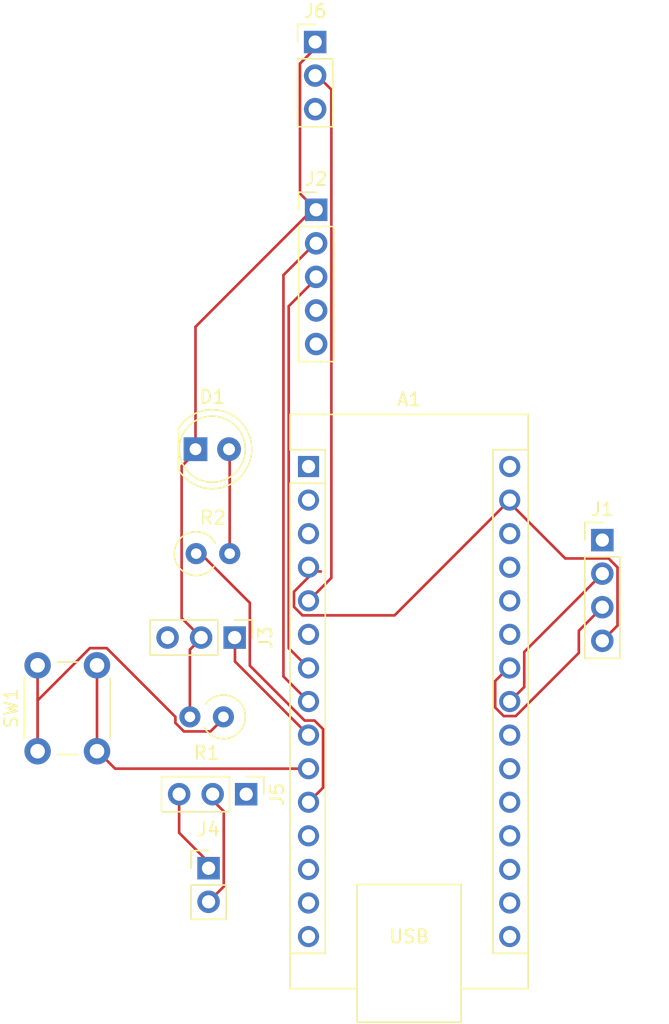
<source format=kicad_pcb>
(kicad_pcb (version 20240108) (generator "pcbnew") (generator_version "8.0")
  (layers (0 "F.Cu" signal) (31 "B.Cu" signal) (34 "B.Paste" user) (35 "F.Paste" user) (36 "B.SilkS" user "B.Silkscreen") (37 "F.SilkS" user "F.Silkscreen") (38 "B.Mask" user) (39 "F.Mask" user) (44 "Edge.Cuts" user))
  (net 0 "")
  (net 6 "Net-(A1-D7)")
  (net 9 "/DAT")
  (net 10 "Net-(A1-D8)")
  (net 11 "/RST")
  (net 12 "/SDA")
  (net 14 "/IN")
  (net 16 "/DATA")
  (net 18 "/CLK")
  (net 21 "/GND")
  (net 22 "/VCC")
  (net 29 "/SCL")
  (net 30 "Net-(D1-A)")
  (net 31 "/COM")
  (net 32 "/NO")
  (net 33 "/NC")
  (net 34 "Net-(R1-Pad1)")
  (footprint "Connector_PinHeader_2.54mm:PinHeader_1x02_P2.54mm_Vertical" (layer "F.Cu") (at 120.5 111.95)
    (property "Reference" "J4" (at 0 -2.925 0) (layer "F.SilkS"))
    (property "Value" "ScrewTerminal")
    (fp_line (start -1.33 -1.33) (end 0 -1.33) (stroke (width 0.12)) (layer "F.SilkS"))
    (fp_line (start -1.33 0) (end -1.33 -1.33) (stroke (width 0.12)) (layer "F.SilkS"))
    (fp_line (start -1.33 1.27) (end -1.33 3.87) (stroke (width 0.12)) (layer "F.SilkS"))
    (fp_line (start -1.33 1.27) (end 1.33 1.27) (stroke (width 0.12)) (layer "F.SilkS"))
    (fp_line (start -1.33 3.87) (end 1.33 3.87) (stroke (width 0.12)) (layer "F.SilkS"))
    (fp_line (start 1.33 1.27) (end 1.33 3.87) (stroke (width 0.12)) (layer "F.SilkS"))
    (pad "1" thru_hole rect (at 0 0) (size 1.7 1.7) (drill 1) (layers "*.Cu" "*.Mask") (net 31 "/COM"))
    (pad "2" thru_hole oval (at 0 2.54) (size 1.7 1.7) (drill 1) (layers "*.Cu" "*.Mask") (net 32 "/NO"))
  )
  (footprint "Resistor_THT:R_Axial_DIN0309_L9.0mm_D3.2mm_P2.54mm_Vertical" (layer "F.Cu") (at 121.625 100.5 180)
    (property "Reference" "R1" (at 1.27 -2.72 360) (layer "F.SilkS"))
    (property "Value" "10k")
    (fp_arc (start 1.344775 0.97138) (mid -1.655812 -0.101418) (end 1.453272 -0.8) (stroke (width 0.12)) (layer "F.SilkS"))
    (pad "1" thru_hole circle (at 0 0 180) (size 1.6 1.6) (drill 0.8) (layers "*.Cu" "*.Mask") (net 34 "Net-(R1-Pad1)"))
    (pad "2" thru_hole oval (at 2.54 0 180) (size 1.6 1.6) (drill 0.8) (layers "*.Cu" "*.Mask") (net 21 "/GND"))
  )
  (footprint "Connector_PinHeader_2.54mm:PinHeader_1x03_P2.54mm_Vertical" (layer "F.Cu") (at 123.35 106.35 -90)
    (property "Reference" "J5" (at 0 -2.33 90) (layer "F.SilkS"))
    (property "Value" "relay_contacts")
    (fp_line (start -1.33 6.41) (end 1.33 6.41) (stroke (width 0.12)) (layer "F.SilkS"))
    (fp_line (start -1.33 1.27) (end -1.33 6.41) (stroke (width 0.12)) (layer "F.SilkS"))
    (fp_line (start -1.33 1.27) (end 1.33 1.27) (stroke (width 0.12)) (layer "F.SilkS"))
    (fp_line (start 1.33 1.27) (end 1.33 6.41) (stroke (width 0.12)) (layer "F.SilkS"))
    (fp_line (start -1.33 0) (end -1.33 -1.33) (stroke (width 0.12)) (layer "F.SilkS"))
    (fp_line (start -1.33 -1.33) (end 0 -1.33) (stroke (width 0.12)) (layer "F.SilkS"))
    (pad "1" thru_hole rect (at 0 0 270) (size 1.7 1.7) (drill 1) (layers "*.Cu" "*.Mask") (net 33 "/NC"))
    (pad "2" thru_hole oval (at 0 2.54 270) (size 1.7 1.7) (drill 1) (layers "*.Cu" "*.Mask") (net 32 "/NO"))
    (pad "3" thru_hole oval (at 0 5.08 270) (size 1.7 1.7) (drill 1) (layers "*.Cu" "*.Mask") (net 31 "/COM"))
  )
  (footprint "Connector_PinHeader_2.54mm:PinHeader_1x03_P2.54mm_Vertical" (layer "F.Cu") (at 122.475 94.5 -90)
    (property "Reference" "J3" (at 0 -2.33 90) (layer "F.SilkS"))
    (property "Value" "relay")
    (fp_line (start -1.33 6.41) (end 1.33 6.41) (stroke (width 0.12)) (layer "F.SilkS"))
    (fp_line (start -1.33 1.27) (end -1.33 6.41) (stroke (width 0.12)) (layer "F.SilkS"))
    (fp_line (start -1.33 1.27) (end 1.33 1.27) (stroke (width 0.12)) (layer "F.SilkS"))
    (fp_line (start 1.33 1.27) (end 1.33 6.41) (stroke (width 0.12)) (layer "F.SilkS"))
    (fp_line (start -1.33 0) (end -1.33 -1.33) (stroke (width 0.12)) (layer "F.SilkS"))
    (fp_line (start -1.33 -1.33) (end 0 -1.33) (stroke (width 0.12)) (layer "F.SilkS"))
    (pad "1" thru_hole rect (at 0 0 270) (size 1.7 1.7) (drill 1) (layers "*.Cu" "*.Mask") (net 14 "/IN"))
    (pad "2" thru_hole oval (at 0 2.54 270) (size 1.7 1.7) (drill 1) (layers "*.Cu" "*.Mask") (net 21 "/GND"))
    (pad "3" thru_hole oval (at 0 5.08 270) (size 1.7 1.7) (drill 1) (layers "*.Cu" "*.Mask") (net 22 "/VCC"))
  )
  (footprint "Connector_PinHeader_2.54mm:PinHeader_1x03_P2.54mm_Vertical" (layer "F.Cu") (at 128.575 49.445)
    (property "Reference" "J6" (at 0 -2.33 0) (layer "F.SilkS"))
    (property "Value" "temp")
    (fp_line (start -1.33 -1.33) (end 0 -1.33) (stroke (width 0.12)) (layer "F.SilkS"))
    (fp_line (start -1.33 0) (end -1.33 -1.33) (stroke (width 0.12)) (layer "F.SilkS"))
    (fp_line (start -1.33 1.27) (end -1.33 6.41) (stroke (width 0.12)) (layer "F.SilkS"))
    (fp_line (start -1.33 1.27) (end 1.33 1.27) (stroke (width 0.12)) (layer "F.SilkS"))
    (fp_line (start -1.33 6.41) (end 1.33 6.41) (stroke (width 0.12)) (layer "F.SilkS"))
    (fp_line (start 1.33 1.27) (end 1.33 6.41) (stroke (width 0.12)) (layer "F.SilkS"))
    (pad "1" thru_hole rect (at 0 0) (size 1.7 1.7) (drill 1) (layers "*.Cu" "*.Mask") (net 21 "/GND"))
    (pad "2" thru_hole oval (at 0 2.54) (size 1.7 1.7) (drill 1) (layers "*.Cu" "*.Mask") (net 16 "/DATA"))
    (pad "3" thru_hole oval (at 0 5.08) (size 1.7 1.7) (drill 1) (layers "*.Cu" "*.Mask") (net 22 "/VCC"))
  )
  (footprint "Resistor_THT:R_Axial_DIN0309_L9.0mm_D3.2mm_P2.54mm_Vertical" (layer "F.Cu") (at 119.56 88.15)
    (property "Reference" "R2" (at 1.27 -2.72 0) (layer "F.SilkS"))
    (property "Value" "330R")
    (fp_arc (start 1.344775 0.97138) (mid -1.655812 -0.101418) (end 1.453272 -0.8) (stroke (width 0.12)) (layer "F.SilkS"))
    (pad "1" thru_hole circle (at 0 0) (size 1.6 1.6) (drill 0.8) (layers "*.Cu" "*.Mask") (net 10 "Net-(A1-D8)"))
    (pad "2" thru_hole oval (at 2.54 0) (size 1.6 1.6) (drill 0.8) (layers "*.Cu" "*.Mask") (net 30 "Net-(D1-A)"))
  )
  (footprint "Module:Arduino_Nano" (layer "F.Cu") (at 128.07 81.56)
    (property "Reference" "A1" (at 7.62 -5.08 0) (layer "F.SilkS"))
    (property "Value" "Arduino_Nano_Every")
    (fp_line (start -1.4 -3.94) (end -1.4 -1.27) (stroke (width 0.12)) (layer "F.SilkS"))
    (fp_line (start -1.4 1.27) (end -1.4 39.5) (stroke (width 0.12)) (layer "F.SilkS"))
    (fp_line (start -1.4 39.5) (end 3.68 39.5) (stroke (width 0.12)) (layer "F.SilkS"))
    (fp_line (start 1.27 -1.27) (end -1.4 -1.27) (stroke (width 0.12)) (layer "F.SilkS"))
    (fp_line (start 1.27 1.27) (end -1.4 1.27) (stroke (width 0.12)) (layer "F.SilkS"))
    (fp_line (start 1.27 1.27) (end 1.27 -1.27) (stroke (width 0.12)) (layer "F.SilkS"))
    (fp_line (start 1.27 1.27) (end 1.27 36.83) (stroke (width 0.12)) (layer "F.SilkS"))
    (fp_line (start 1.27 36.83) (end -1.4 36.83) (stroke (width 0.12)) (layer "F.SilkS"))
    (fp_line (start 3.68 31.62) (end 11.56 31.62) (stroke (width 0.12)) (layer "F.SilkS"))
    (fp_line (start 3.68 42.04) (end 3.68 31.62) (stroke (width 0.12)) (layer "F.SilkS"))
    (fp_line (start 11.56 31.62) (end 11.56 42.04) (stroke (width 0.12)) (layer "F.SilkS"))
    (fp_line (start 11.56 42.04) (end 3.68 42.04) (stroke (width 0.12)) (layer "F.SilkS"))
    (fp_line (start 13.97 -1.27) (end 13.97 36.83) (stroke (width 0.12)) (layer "F.SilkS"))
    (fp_line (start 13.97 -1.27) (end 16.64 -1.27) (stroke (width 0.12)) (layer "F.SilkS"))
    (fp_line (start 13.97 36.83) (end 16.64 36.83) (stroke (width 0.12)) (layer "F.SilkS"))
    (fp_line (start 16.64 -3.94) (end -1.4 -3.94) (stroke (width 0.12)) (layer "F.SilkS"))
    (fp_line (start 16.64 39.5) (end 11.56 39.5) (stroke (width 0.12)) (layer "F.SilkS"))
    (fp_line (start 16.64 39.5) (end 16.64 -3.94) (stroke (width 0.12)) (layer "F.SilkS"))
    (fp_text user "USB" (at 7.62 35.56 0) (layer "F.SilkS"))
    (pad "1" thru_hole rect (at 0 0) (size 1.6 1.6) (drill 1) (layers "*.Cu" "*.Mask"))
    (pad "2" thru_hole oval (at 0 2.54) (size 1.6 1.6) (drill 1) (layers "*.Cu" "*.Mask"))
    (pad "3" thru_hole oval (at 0 5.08) (size 1.6 1.6) (drill 1) (layers "*.Cu" "*.Mask"))
    (pad "4" thru_hole oval (at 0 7.62) (size 1.6 1.6) (drill 1) (layers "*.Cu" "*.Mask") (net 21 "/GND"))
    (pad "5" thru_hole oval (at 0 10.16) (size 1.6 1.6) (drill 1) (layers "*.Cu" "*.Mask") (net 16 "/DATA"))
    (pad "6" thru_hole oval (at 0 12.7) (size 1.6 1.6) (drill 1) (layers "*.Cu" "*.Mask") (net 18 "/CLK"))
    (pad "7" thru_hole oval (at 0 15.24) (size 1.6 1.6) (drill 1) (layers "*.Cu" "*.Mask") (net 9 "/DAT"))
    (pad "8" thru_hole oval (at 0 17.78) (size 1.6 1.6) (drill 1) (layers "*.Cu" "*.Mask") (net 11 "/RST"))
    (pad "9" thru_hole oval (at 0 20.32) (size 1.6 1.6) (drill 1) (layers "*.Cu" "*.Mask") (net 14 "/IN"))
    (pad "10" thru_hole oval (at 0 22.86) (size 1.6 1.6) (drill 1) (layers "*.Cu" "*.Mask") (net 6 "Net-(A1-D7)"))
    (pad "11" thru_hole oval (at 0 25.4) (size 1.6 1.6) (drill 1) (layers "*.Cu" "*.Mask") (net 10 "Net-(A1-D8)"))
    (pad "12" thru_hole oval (at 0 27.94) (size 1.6 1.6) (drill 1) (layers "*.Cu" "*.Mask"))
    (pad "13" thru_hole oval (at 0 30.48) (size 1.6 1.6) (drill 1) (layers "*.Cu" "*.Mask"))
    (pad "14" thru_hole oval (at 0 33.02) (size 1.6 1.6) (drill 1) (layers "*.Cu" "*.Mask"))
    (pad "15" thru_hole oval (at 0 35.56) (size 1.6 1.6) (drill 1) (layers "*.Cu" "*.Mask"))
    (pad "16" thru_hole oval (at 15.24 35.56) (size 1.6 1.6) (drill 1) (layers "*.Cu" "*.Mask"))
    (pad "17" thru_hole oval (at 15.24 33.02) (size 1.6 1.6) (drill 1) (layers "*.Cu" "*.Mask"))
    (pad "18" thru_hole oval (at 15.24 30.48) (size 1.6 1.6) (drill 1) (layers "*.Cu" "*.Mask"))
    (pad "19" thru_hole oval (at 15.24 27.94) (size 1.6 1.6) (drill 1) (layers "*.Cu" "*.Mask"))
    (pad "20" thru_hole oval (at 15.24 25.4) (size 1.6 1.6) (drill 1) (layers "*.Cu" "*.Mask"))
    (pad "21" thru_hole oval (at 15.24 22.86) (size 1.6 1.6) (drill 1) (layers "*.Cu" "*.Mask"))
    (pad "22" thru_hole oval (at 15.24 20.32) (size 1.6 1.6) (drill 1) (layers "*.Cu" "*.Mask"))
    (pad "23" thru_hole oval (at 15.24 17.78) (size 1.6 1.6) (drill 1) (layers "*.Cu" "*.Mask") (net 12 "/SDA"))
    (pad "24" thru_hole oval (at 15.24 15.24) (size 1.6 1.6) (drill 1) (layers "*.Cu" "*.Mask") (net 29 "/SCL"))
    (pad "25" thru_hole oval (at 15.24 12.7) (size 1.6 1.6) (drill 1) (layers "*.Cu" "*.Mask"))
    (pad "26" thru_hole oval (at 15.24 10.16) (size 1.6 1.6) (drill 1) (layers "*.Cu" "*.Mask"))
    (pad "27" thru_hole oval (at 15.24 7.62) (size 1.6 1.6) (drill 1) (layers "*.Cu" "*.Mask") (net 22 "/VCC"))
    (pad "28" thru_hole oval (at 15.24 5.08) (size 1.6 1.6) (drill 1) (layers "*.Cu" "*.Mask"))
    (pad "29" thru_hole oval (at 15.24 2.54) (size 1.6 1.6) (drill 1) (layers "*.Cu" "*.Mask") (net 21 "/GND"))
    (pad "30" thru_hole oval (at 15.24 0) (size 1.6 1.6) (drill 1) (layers "*.Cu" "*.Mask"))
  )
  (footprint "Button_Switch_THT:SW_PUSH_6mm" (layer "F.Cu") (at 107.55 103.1 90)
    (property "Reference" "SW1" (at 3.25 -2 90) (layer "F.SilkS"))
    (property "Value" "SW_Push")
    (fp_line (start 5.5 -1) (end 1 -1) (stroke (width 0.12)) (layer "F.SilkS"))
    (fp_line (start -0.25 1.5) (end -0.25 3) (stroke (width 0.12)) (layer "F.SilkS"))
    (fp_line (start 6.75 3) (end 6.75 1.5) (stroke (width 0.12)) (layer "F.SilkS"))
    (fp_line (start 1 5.5) (end 5.5 5.5) (stroke (width 0.12)) (layer "F.SilkS"))
    (pad "1" thru_hole circle (at 0 0 180) (size 2 2) (drill 1.1) (layers "*.Cu" "*.Mask") (net 34 "Net-(R1-Pad1)"))
    (pad "1" thru_hole circle (at 6.5 0 180) (size 2 2) (drill 1.1) (layers "*.Cu" "*.Mask") (net 34 "Net-(R1-Pad1)"))
    (pad "2" thru_hole circle (at 0 4.5 180) (size 2 2) (drill 1.1) (layers "*.Cu" "*.Mask") (net 6 "Net-(A1-D7)"))
    (pad "2" thru_hole circle (at 6.5 4.5 180) (size 2 2) (drill 1.1) (layers "*.Cu" "*.Mask") (net 6 "Net-(A1-D7)"))
  )
  (footprint "Connector_PinHeader_2.54mm:PinHeader_1x04_P2.54mm_Vertical" (layer "F.Cu") (at 150.325 87.125)
    (property "Reference" "J1" (at 0 -2.33 0) (layer "F.SilkS"))
    (property "Value" "Conn_01x04")
    (fp_line (start -1.33 -1.33) (end 0 -1.33) (stroke (width 0.12)) (layer "F.SilkS"))
    (fp_line (start -1.33 0) (end -1.33 -1.33) (stroke (width 0.12)) (layer "F.SilkS"))
    (fp_line (start -1.33 1.27) (end -1.33 8.95) (stroke (width 0.12)) (layer "F.SilkS"))
    (fp_line (start -1.33 1.27) (end 1.33 1.27) (stroke (width 0.12)) (layer "F.SilkS"))
    (fp_line (start -1.33 8.95) (end 1.33 8.95) (stroke (width 0.12)) (layer "F.SilkS"))
    (fp_line (start 1.33 1.27) (end 1.33 8.95) (stroke (width 0.12)) (layer "F.SilkS"))
    (pad "1" thru_hole rect (at 0 0) (size 1.7 1.7) (drill 1) (layers "*.Cu" "*.Mask") (net 22 "/VCC"))
    (pad "2" thru_hole oval (at 0 2.54) (size 1.7 1.7) (drill 1) (layers "*.Cu" "*.Mask") (net 12 "/SDA"))
    (pad "3" thru_hole oval (at 0 5.08) (size 1.7 1.7) (drill 1) (layers "*.Cu" "*.Mask") (net 29 "/SCL"))
    (pad "4" thru_hole oval (at 0 7.62) (size 1.7 1.7) (drill 1) (layers "*.Cu" "*.Mask") (net 21 "/GND"))
  )
  (footprint "LED_THT:LED_D5.0mm" (layer "F.Cu") (at 119.51 80.25)
    (property "Reference" "D1" (at 1.27 -3.96 0) (layer "F.SilkS"))
    (property "Value" "LED")
    (fp_line (start -1.29 -1.545) (end -1.29 1.545) (stroke (width 0.12)) (layer "F.SilkS"))
    (fp_arc (start -1.29 -1.54483) (mid 2.071756 -2.880501) (end 4.26 -0.000048) (stroke (width 0.12)) (layer "F.SilkS"))
    (fp_arc (start 4.26 0.000048) (mid 2.071756 2.880501) (end -1.29 1.54483) (stroke (width 0.12)) (layer "F.SilkS"))
    (fp_circle (center 1.27 0) (end 3.77 0) (stroke (width 0.12)) (fill none) (layer "F.SilkS"))
    (pad "1" thru_hole rect (at 0 0) (size 1.8 1.8) (drill 0.9) (layers "*.Cu" "*.Mask") (net 21 "/GND"))
    (pad "2" thru_hole circle (at 2.54 0) (size 1.8 1.8) (drill 0.9) (layers "*.Cu" "*.Mask") (net 30 "Net-(D1-A)"))
  )
  (footprint "Connector_PinHeader_2.54mm:PinHeader_1x05_P2.54mm_Vertical" (layer "F.Cu") (at 128.65 62.135)
    (property "Reference" "J2" (at 0 -2.33 0) (layer "F.SilkS"))
    (property "Value" "clock")
    (fp_line (start -1.33 -1.33) (end 0 -1.33) (stroke (width 0.12)) (layer "F.SilkS"))
    (fp_line (start -1.33 0) (end -1.33 -1.33) (stroke (width 0.12)) (layer "F.SilkS"))
    (fp_line (start -1.33 1.27) (end -1.33 11.49) (stroke (width 0.12)) (layer "F.SilkS"))
    (fp_line (start -1.33 1.27) (end 1.33 1.27) (stroke (width 0.12)) (layer "F.SilkS"))
    (fp_line (start -1.33 11.49) (end 1.33 11.49) (stroke (width 0.12)) (layer "F.SilkS"))
    (fp_line (start 1.33 1.27) (end 1.33 11.49) (stroke (width 0.12)) (layer "F.SilkS"))
    (pad "1" thru_hole rect (at 0 0) (size 1.7 1.7) (drill 1) (layers "*.Cu" "*.Mask") (net 21 "/GND"))
    (pad "2" thru_hole oval (at 0 2.54) (size 1.7 1.7) (drill 1) (layers "*.Cu" "*.Mask") (net 11 "/RST"))
    (pad "3" thru_hole oval (at 0 5.08) (size 1.7 1.7) (drill 1) (layers "*.Cu" "*.Mask") (net 9 "/DAT"))
    (pad "4" thru_hole oval (at 0 7.62) (size 1.7 1.7) (drill 1) (layers "*.Cu" "*.Mask") (net 18 "/CLK"))
    (pad "5" thru_hole oval (at 0 10.16) (size 1.7 1.7) (drill 1) (layers "*.Cu" "*.Mask") (net 22 "/VCC"))
  )
  (segment (start 113.42 104.42) (end 112.25 103.25) (width 0.2) (layer "F.Cu") (net 6))
  (segment (start 112.05 96.8) (end 111.75 96.5) (width 0.2) (layer "F.Cu") (net 6))
  (segment (start 112.05 103.1) (end 112.05 96.8) (width 0.2) (layer "F.Cu") (net 6))
  (segment (start 128.07 104.42) (end 113.42 104.42) (width 0.2) (layer "F.Cu") (net 6))
  (segment (start 126.57 95.3) (end 126.57 69.43) (width 0.2) (layer "F.Cu") (net 9))
  (segment (start 128.07 96.8) (end 126.57 95.3) (width 0.2) (layer "F.Cu") (net 9))
  (segment (start 126.57 69.43) (end 128.75 67.25) (width 0.2) (layer "F.Cu") (net 9))
  (segment (start 127.78 100.78) (end 123.625 96.625) (width 0.2) (layer "F.Cu") (net 10))
  (segment (start 129.17 105.86) (end 129.17 101.424365) (width 0.2) (layer "F.Cu") (net 10))
  (segment (start 129.17 101.424365) (end 128.525635 100.78) (width 0.2) (layer "F.Cu") (net 10))
  (segment (start 128.07 106.96) (end 129.17 105.86) (width 0.2) (layer "F.Cu") (net 10))
  (segment (start 123.625 91.875) (end 119.5 87.75) (width 0.2) (layer "F.Cu") (net 10))
  (segment (start 128.525635 100.78) (end 127.78 100.78) (width 0.2) (layer "F.Cu") (net 10))
  (segment (start 123.625 96.625) (end 123.625 91.875) (width 0.2) (layer "F.Cu") (net 10))
  (segment (start 128.07 99.34) (end 126.17 97.44) (width 0.2) (layer "F.Cu") (net 11))
  (segment (start 126.17 97.44) (end 126.17 67.08) (width 0.2) (layer "F.Cu") (net 11))
  (segment (start 126.17 67.08) (end 128.75 64.5) (width 0.2) (layer "F.Cu") (net 11))
  (segment (start 144.41 98.24) (end 144.41 95.59) (width 0.2) (layer "F.Cu") (net 12))
  (segment (start 143.31 99.34) (end 144.41 98.24) (width 0.2) (layer "F.Cu") (net 12))
  (segment (start 144.41 95.59) (end 150.5 89.5) (width 0.2) (layer "F.Cu") (net 12))
  (segment (start 128.07 101.88) (end 122.5 96.31) (width 0.2) (layer "F.Cu") (net 14))
  (segment (start 122.5 96.31) (end 122.5 94) (width 0.2) (layer "F.Cu") (net 14))
  (segment (start 129.8 53.05) (end 128.75 52) (width 0.2) (layer "F.Cu") (net 16))
  (segment (start 129.8 89.99) (end 129.8 53.05) (width 0.2) (layer "F.Cu") (net 16))
  (segment (start 128.07 91.72) (end 129.8 89.99) (width 0.2) (layer "F.Cu") (net 16))
  (segment (start 128.5 89.5) (end 129 89.5) (width 0.2) (layer "F.Cu") (net 21))
  (segment (start 151.475 93.595) (end 151.475 89.188654) (width 0.2) (layer "F.Cu") (net 21))
  (segment (start 119.935 94.5) (end 118.46 93.025) (width 0.2) (layer "F.Cu") (net 21))
  (segment (start 127.425 51.075) (end 128.5 50) (width 0.2) (layer "F.Cu") (net 21))
  (segment (start 118.46 93.025) (end 118.46 81.54) (width 0.2) (layer "F.Cu") (net 21))
  (segment (start 128.65 62.135) (end 127.425 60.91) (width 0.2) (layer "F.Cu") (net 21))
  (segment (start 150.801346 88.515) (end 147.515 88.515) (width 0.2) (layer "F.Cu") (net 21))
  (segment (start 119.085 100.5) (end 119.085 95.415) (width 0.2) (layer "F.Cu") (net 21))
  (segment (start 118.46 81.54) (end 119.5 80.5) (width 0.2) (layer "F.Cu") (net 21))
  (segment (start 143.31 84.1) (end 134.59 92.82) (width 0.2) (layer "F.Cu") (net 21))
  (segment (start 150.325 94.745) (end 151.475 93.595) (width 0.2) (layer "F.Cu") (net 21))
  (segment (start 134.59 92.82) (end 127.614365 92.82) (width 0.2) (layer "F.Cu") (net 21))
  (segment (start 147.515 88.515) (end 143 84) (width 0.2) (layer "F.Cu") (net 21))
  (segment (start 126.97 91.03) (end 128.5 89.5) (width 0.2) (layer "F.Cu") (net 21))
  (segment (start 119.51 70.99) (end 128.5 62) (width 0.2) (layer "F.Cu") (net 21))
  (segment (start 151.475 89.188654) (end 150.801346 88.515) (width 0.2) (layer "F.Cu") (net 21))
  (segment (start 119.085 95.415) (end 120 94.5) (width 0.2) (layer "F.Cu") (net 21))
  (segment (start 127.425 60.91) (end 127.425 51.075) (width 0.2) (layer "F.Cu") (net 21))
  (segment (start 119.51 80.25) (end 119.51 70.99) (width 0.2) (layer "F.Cu") (net 21))
  (segment (start 126.97 92.175635) (end 126.97 91.03) (width 0.2) (layer "F.Cu") (net 21))
  (segment (start 127.614365 92.82) (end 126.97 92.175635) (width 0.2) (layer "F.Cu") (net 21))
  (segment (start 142.21 97.79) (end 143.25 96.75) (width 0.2) (layer "F.Cu") (net 29))
  (segment (start 142.21 99.795635) (end 142.21 97.79) (width 0.2) (layer "F.Cu") (net 29))
  (segment (start 148.545 93.985) (end 148.545 95.660635) (width 0.2) (layer "F.Cu") (net 29))
  (segment (start 143.765635 100.44) (end 142.854365 100.44) (width 0.2) (layer "F.Cu") (net 29))
  (segment (start 148.545 95.660635) (end 143.765635 100.44) (width 0.2) (layer "F.Cu") (net 29))
  (segment (start 142.854365 100.44) (end 142.21 99.795635) (width 0.2) (layer "F.Cu") (net 29))
  (segment (start 150.325 92.205) (end 148.545 93.985) (width 0.2) (layer "F.Cu") (net 29))
  (segment (start 122.1 88.15) (end 122.1 80.35) (width 0.2) (layer "F.Cu") (net 30))
  (segment (start 122.1 80.35) (end 122 80.25) (width 0.2) (layer "F.Cu") (net 30))
  (segment (start 118.27 106.35) (end 118.27 109.27) (width 0.2) (layer "F.Cu") (net 31))
  (segment (start 118.27 109.27) (end 120.75 111.75) (width 0.2) (layer "F.Cu") (net 31))
  (segment (start 121.65 113.34) (end 121.65 107.65) (width 0.2) (layer "F.Cu") (net 32))
  (segment (start 121.65 107.65) (end 120.5 106.5) (width 0.2) (layer "F.Cu") (net 32))
  (segment (start 120.5 114.49) (end 121.65 113.34) (width 0.2) (layer "F.Cu") (net 32))
  (segment (start 107.55 99.261522) (end 111.511522 95.3) (width 0.2) (layer "F.Cu") (net 34))
  (segment (start 118.629365 101.6) (end 120.65 101.6) (width 0.2) (layer "F.Cu") (net 34))
  (segment (start 117.985 100.5) (end 117.985 100.955635) (width 0.2) (layer "F.Cu") (net 34))
  (segment (start 107.55 103.1) (end 107.55 99.261522) (width 0.2) (layer "F.Cu") (net 34))
  (segment (start 107.55 103.2) (end 107.25 103.5) (width 0.2) (layer "F.Cu") (net 34))
  (segment (start 107.55 96.6) (end 107.55 103.2) (width 0.2) (layer "F.Cu") (net 34))
  (segment (start 117.985 100.955635) (end 118.629365 101.6) (width 0.2) (layer "F.Cu") (net 34))
  (segment (start 120.65 101.6) (end 121.75 100.5) (width 0.2) (layer "F.Cu") (net 34))
  (segment (start 112.785 95.3) (end 117.985 100.5) (width 0.2) (layer "F.Cu") (net 34))
  (segment (start 111.511522 95.3) (end 112.785 95.3) (width 0.2) (layer "F.Cu") (net 34))
)
</source>
